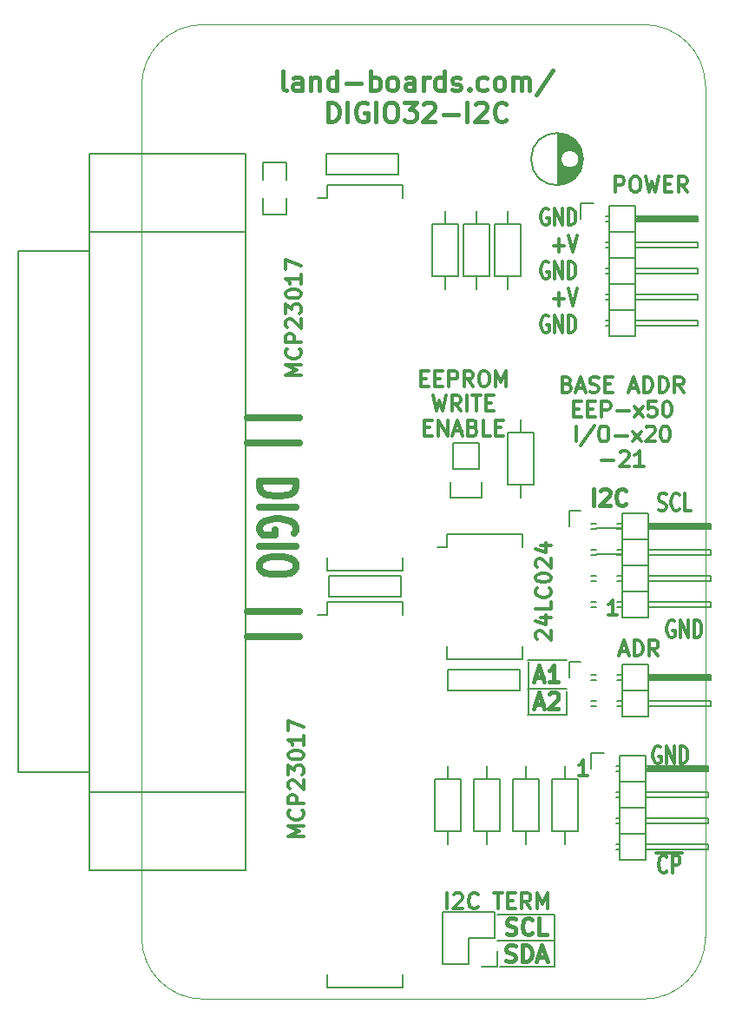
<source format=gbr>
G04 #@! TF.FileFunction,Legend,Top*
%FSLAX46Y46*%
G04 Gerber Fmt 4.6, Leading zero omitted, Abs format (unit mm)*
G04 Created by KiCad (PCBNEW 4.0.1-stable) date 6/12/2017 2:47:30 PM*
%MOMM*%
G01*
G04 APERTURE LIST*
%ADD10C,0.150000*%
%ADD11C,0.300000*%
%ADD12C,0.200000*%
%ADD13C,0.396875*%
%ADD14C,0.100000*%
%ADD15C,0.381000*%
%ADD16C,0.635000*%
%ADD17C,0.127000*%
G04 APERTURE END LIST*
D10*
D11*
X61226095Y-92537643D02*
X61165619Y-92616262D01*
X60984190Y-92694881D01*
X60863238Y-92694881D01*
X60681810Y-92616262D01*
X60560857Y-92459024D01*
X60500381Y-92301786D01*
X60439905Y-91987310D01*
X60439905Y-91751452D01*
X60500381Y-91436976D01*
X60560857Y-91279738D01*
X60681810Y-91122500D01*
X60863238Y-91043881D01*
X60984190Y-91043881D01*
X61165619Y-91122500D01*
X61226095Y-91201119D01*
X61770381Y-92694881D02*
X61770381Y-91043881D01*
X62254190Y-91043881D01*
X62375143Y-91122500D01*
X62435619Y-91201119D01*
X62496095Y-91358357D01*
X62496095Y-91594214D01*
X62435619Y-91751452D01*
X62375143Y-91830071D01*
X62254190Y-91908690D01*
X61770381Y-91908690D01*
X60198000Y-90759280D02*
X62738000Y-90759280D01*
X60439905Y-57310262D02*
X60621333Y-57388881D01*
X60923714Y-57388881D01*
X61044667Y-57310262D01*
X61105143Y-57231643D01*
X61165619Y-57074405D01*
X61165619Y-56917167D01*
X61105143Y-56759929D01*
X61044667Y-56681310D01*
X60923714Y-56602690D01*
X60681810Y-56524071D01*
X60560857Y-56445452D01*
X60500381Y-56366833D01*
X60439905Y-56209595D01*
X60439905Y-56052357D01*
X60500381Y-55895119D01*
X60560857Y-55816500D01*
X60681810Y-55737881D01*
X60984190Y-55737881D01*
X61165619Y-55816500D01*
X62435619Y-57231643D02*
X62375143Y-57310262D01*
X62193714Y-57388881D01*
X62072762Y-57388881D01*
X61891334Y-57310262D01*
X61770381Y-57153024D01*
X61709905Y-56995786D01*
X61649429Y-56681310D01*
X61649429Y-56445452D01*
X61709905Y-56130976D01*
X61770381Y-55973738D01*
X61891334Y-55816500D01*
X62072762Y-55737881D01*
X62193714Y-55737881D01*
X62375143Y-55816500D01*
X62435619Y-55895119D01*
X63584667Y-57388881D02*
X62979905Y-57388881D01*
X62979905Y-55737881D01*
D12*
X50292000Y-99314000D02*
X44704000Y-99314000D01*
X50292000Y-101854000D02*
X44958000Y-101854000D01*
X50292000Y-96774000D02*
X50292000Y-101854000D01*
X44704000Y-96774000D02*
X50292000Y-96774000D01*
X47752000Y-72136000D02*
X47752000Y-77216000D01*
D13*
X48396072Y-73630896D02*
X49152024Y-73630896D01*
X48244881Y-74084468D02*
X48774048Y-72496968D01*
X49303215Y-74084468D01*
X50663929Y-74084468D02*
X49756786Y-74084468D01*
X50210357Y-74084468D02*
X50210357Y-72496968D01*
X50059167Y-72723753D01*
X49907976Y-72874944D01*
X49756786Y-72950539D01*
X48396072Y-76250271D02*
X49152024Y-76250271D01*
X48244881Y-76703843D02*
X48774048Y-75116343D01*
X49303215Y-76703843D01*
X49756786Y-75267533D02*
X49832381Y-75191938D01*
X49983572Y-75116343D01*
X50361548Y-75116343D01*
X50512738Y-75191938D01*
X50588334Y-75267533D01*
X50663929Y-75418724D01*
X50663929Y-75569914D01*
X50588334Y-75796700D01*
X49681191Y-76703843D01*
X50663929Y-76703843D01*
D14*
X59000000Y-105000000D02*
X16000000Y-105000000D01*
X16000000Y-10000000D02*
X59000000Y-10000000D01*
D11*
X25570571Y-44179427D02*
X24070571Y-44179427D01*
X25142000Y-43679427D01*
X24070571Y-43179427D01*
X25570571Y-43179427D01*
X25427714Y-41607998D02*
X25499143Y-41679427D01*
X25570571Y-41893713D01*
X25570571Y-42036570D01*
X25499143Y-42250855D01*
X25356286Y-42393713D01*
X25213429Y-42465141D01*
X24927714Y-42536570D01*
X24713429Y-42536570D01*
X24427714Y-42465141D01*
X24284857Y-42393713D01*
X24142000Y-42250855D01*
X24070571Y-42036570D01*
X24070571Y-41893713D01*
X24142000Y-41679427D01*
X24213429Y-41607998D01*
X25570571Y-40965141D02*
X24070571Y-40965141D01*
X24070571Y-40393713D01*
X24142000Y-40250855D01*
X24213429Y-40179427D01*
X24356286Y-40107998D01*
X24570571Y-40107998D01*
X24713429Y-40179427D01*
X24784857Y-40250855D01*
X24856286Y-40393713D01*
X24856286Y-40965141D01*
X24213429Y-39536570D02*
X24142000Y-39465141D01*
X24070571Y-39322284D01*
X24070571Y-38965141D01*
X24142000Y-38822284D01*
X24213429Y-38750855D01*
X24356286Y-38679427D01*
X24499143Y-38679427D01*
X24713429Y-38750855D01*
X25570571Y-39607998D01*
X25570571Y-38679427D01*
X24070571Y-38179427D02*
X24070571Y-37250856D01*
X24642000Y-37750856D01*
X24642000Y-37536570D01*
X24713429Y-37393713D01*
X24784857Y-37322284D01*
X24927714Y-37250856D01*
X25284857Y-37250856D01*
X25427714Y-37322284D01*
X25499143Y-37393713D01*
X25570571Y-37536570D01*
X25570571Y-37965142D01*
X25499143Y-38107999D01*
X25427714Y-38179427D01*
X24070571Y-36322285D02*
X24070571Y-36179428D01*
X24142000Y-36036571D01*
X24213429Y-35965142D01*
X24356286Y-35893713D01*
X24642000Y-35822285D01*
X24999143Y-35822285D01*
X25284857Y-35893713D01*
X25427714Y-35965142D01*
X25499143Y-36036571D01*
X25570571Y-36179428D01*
X25570571Y-36322285D01*
X25499143Y-36465142D01*
X25427714Y-36536571D01*
X25284857Y-36607999D01*
X24999143Y-36679428D01*
X24642000Y-36679428D01*
X24356286Y-36607999D01*
X24213429Y-36536571D01*
X24142000Y-36465142D01*
X24070571Y-36322285D01*
X25570571Y-34393714D02*
X25570571Y-35250857D01*
X25570571Y-34822285D02*
X24070571Y-34822285D01*
X24284857Y-34965142D01*
X24427714Y-35108000D01*
X24499143Y-35250857D01*
X24070571Y-33893714D02*
X24070571Y-32893714D01*
X25570571Y-33536571D01*
D12*
X54350000Y-59046000D02*
X56890000Y-59046000D01*
X54350000Y-61586000D02*
X56890000Y-61586000D01*
X47698000Y-71952000D02*
X51508000Y-71952000D01*
X47698000Y-74746000D02*
X51508000Y-74746000D01*
X51508000Y-77286000D02*
X51508000Y-75000000D01*
X47698000Y-77286000D02*
X51508000Y-77286000D01*
D11*
X56225714Y-26332571D02*
X56225714Y-24832571D01*
X56797142Y-24832571D01*
X56940000Y-24904000D01*
X57011428Y-24975429D01*
X57082857Y-25118286D01*
X57082857Y-25332571D01*
X57011428Y-25475429D01*
X56940000Y-25546857D01*
X56797142Y-25618286D01*
X56225714Y-25618286D01*
X58011428Y-24832571D02*
X58297142Y-24832571D01*
X58440000Y-24904000D01*
X58582857Y-25046857D01*
X58654285Y-25332571D01*
X58654285Y-25832571D01*
X58582857Y-26118286D01*
X58440000Y-26261143D01*
X58297142Y-26332571D01*
X58011428Y-26332571D01*
X57868571Y-26261143D01*
X57725714Y-26118286D01*
X57654285Y-25832571D01*
X57654285Y-25332571D01*
X57725714Y-25046857D01*
X57868571Y-24904000D01*
X58011428Y-24832571D01*
X59154286Y-24832571D02*
X59511429Y-26332571D01*
X59797143Y-25261143D01*
X60082857Y-26332571D01*
X60440000Y-24832571D01*
X61011429Y-25546857D02*
X61511429Y-25546857D01*
X61725715Y-26332571D02*
X61011429Y-26332571D01*
X61011429Y-24832571D01*
X61725715Y-24832571D01*
X63225715Y-26332571D02*
X62725715Y-25618286D01*
X62368572Y-26332571D02*
X62368572Y-24832571D01*
X62940000Y-24832571D01*
X63082858Y-24904000D01*
X63154286Y-24975429D01*
X63225715Y-25118286D01*
X63225715Y-25332571D01*
X63154286Y-25475429D01*
X63082858Y-25546857D01*
X62940000Y-25618286D01*
X62368572Y-25618286D01*
X37259143Y-44482857D02*
X37759143Y-44482857D01*
X37973429Y-45268571D02*
X37259143Y-45268571D01*
X37259143Y-43768571D01*
X37973429Y-43768571D01*
X38616286Y-44482857D02*
X39116286Y-44482857D01*
X39330572Y-45268571D02*
X38616286Y-45268571D01*
X38616286Y-43768571D01*
X39330572Y-43768571D01*
X39973429Y-45268571D02*
X39973429Y-43768571D01*
X40544857Y-43768571D01*
X40687715Y-43840000D01*
X40759143Y-43911429D01*
X40830572Y-44054286D01*
X40830572Y-44268571D01*
X40759143Y-44411429D01*
X40687715Y-44482857D01*
X40544857Y-44554286D01*
X39973429Y-44554286D01*
X42330572Y-45268571D02*
X41830572Y-44554286D01*
X41473429Y-45268571D02*
X41473429Y-43768571D01*
X42044857Y-43768571D01*
X42187715Y-43840000D01*
X42259143Y-43911429D01*
X42330572Y-44054286D01*
X42330572Y-44268571D01*
X42259143Y-44411429D01*
X42187715Y-44482857D01*
X42044857Y-44554286D01*
X41473429Y-44554286D01*
X43259143Y-43768571D02*
X43544857Y-43768571D01*
X43687715Y-43840000D01*
X43830572Y-43982857D01*
X43902000Y-44268571D01*
X43902000Y-44768571D01*
X43830572Y-45054286D01*
X43687715Y-45197143D01*
X43544857Y-45268571D01*
X43259143Y-45268571D01*
X43116286Y-45197143D01*
X42973429Y-45054286D01*
X42902000Y-44768571D01*
X42902000Y-44268571D01*
X42973429Y-43982857D01*
X43116286Y-43840000D01*
X43259143Y-43768571D01*
X44544858Y-45268571D02*
X44544858Y-43768571D01*
X45044858Y-44840000D01*
X45544858Y-43768571D01*
X45544858Y-45268571D01*
X38402000Y-46168571D02*
X38759143Y-47668571D01*
X39044857Y-46597143D01*
X39330571Y-47668571D01*
X39687714Y-46168571D01*
X41116286Y-47668571D02*
X40616286Y-46954286D01*
X40259143Y-47668571D02*
X40259143Y-46168571D01*
X40830571Y-46168571D01*
X40973429Y-46240000D01*
X41044857Y-46311429D01*
X41116286Y-46454286D01*
X41116286Y-46668571D01*
X41044857Y-46811429D01*
X40973429Y-46882857D01*
X40830571Y-46954286D01*
X40259143Y-46954286D01*
X41759143Y-47668571D02*
X41759143Y-46168571D01*
X42259143Y-46168571D02*
X43116286Y-46168571D01*
X42687715Y-47668571D02*
X42687715Y-46168571D01*
X43616286Y-46882857D02*
X44116286Y-46882857D01*
X44330572Y-47668571D02*
X43616286Y-47668571D01*
X43616286Y-46168571D01*
X44330572Y-46168571D01*
X37616286Y-49282857D02*
X38116286Y-49282857D01*
X38330572Y-50068571D02*
X37616286Y-50068571D01*
X37616286Y-48568571D01*
X38330572Y-48568571D01*
X38973429Y-50068571D02*
X38973429Y-48568571D01*
X39830572Y-50068571D01*
X39830572Y-48568571D01*
X40473429Y-49640000D02*
X41187715Y-49640000D01*
X40330572Y-50068571D02*
X40830572Y-48568571D01*
X41330572Y-50068571D01*
X42330572Y-49282857D02*
X42544858Y-49354286D01*
X42616286Y-49425714D01*
X42687715Y-49568571D01*
X42687715Y-49782857D01*
X42616286Y-49925714D01*
X42544858Y-49997143D01*
X42402000Y-50068571D01*
X41830572Y-50068571D01*
X41830572Y-48568571D01*
X42330572Y-48568571D01*
X42473429Y-48640000D01*
X42544858Y-48711429D01*
X42616286Y-48854286D01*
X42616286Y-48997143D01*
X42544858Y-49140000D01*
X42473429Y-49211429D01*
X42330572Y-49282857D01*
X41830572Y-49282857D01*
X44044858Y-50068571D02*
X43330572Y-50068571D01*
X43330572Y-48568571D01*
X44544858Y-49282857D02*
X45044858Y-49282857D01*
X45259144Y-50068571D02*
X44544858Y-50068571D01*
X44544858Y-48568571D01*
X45259144Y-48568571D01*
X48597429Y-69920856D02*
X48526000Y-69849427D01*
X48454571Y-69706570D01*
X48454571Y-69349427D01*
X48526000Y-69206570D01*
X48597429Y-69135141D01*
X48740286Y-69063713D01*
X48883143Y-69063713D01*
X49097429Y-69135141D01*
X49954571Y-69992284D01*
X49954571Y-69063713D01*
X48954571Y-67777999D02*
X49954571Y-67777999D01*
X48383143Y-68135142D02*
X49454571Y-68492285D01*
X49454571Y-67563713D01*
X49954571Y-66277999D02*
X49954571Y-66992285D01*
X48454571Y-66992285D01*
X49811714Y-64920856D02*
X49883143Y-64992285D01*
X49954571Y-65206571D01*
X49954571Y-65349428D01*
X49883143Y-65563713D01*
X49740286Y-65706571D01*
X49597429Y-65777999D01*
X49311714Y-65849428D01*
X49097429Y-65849428D01*
X48811714Y-65777999D01*
X48668857Y-65706571D01*
X48526000Y-65563713D01*
X48454571Y-65349428D01*
X48454571Y-65206571D01*
X48526000Y-64992285D01*
X48597429Y-64920856D01*
X48454571Y-63992285D02*
X48454571Y-63849428D01*
X48526000Y-63706571D01*
X48597429Y-63635142D01*
X48740286Y-63563713D01*
X49026000Y-63492285D01*
X49383143Y-63492285D01*
X49668857Y-63563713D01*
X49811714Y-63635142D01*
X49883143Y-63706571D01*
X49954571Y-63849428D01*
X49954571Y-63992285D01*
X49883143Y-64135142D01*
X49811714Y-64206571D01*
X49668857Y-64277999D01*
X49383143Y-64349428D01*
X49026000Y-64349428D01*
X48740286Y-64277999D01*
X48597429Y-64206571D01*
X48526000Y-64135142D01*
X48454571Y-63992285D01*
X48597429Y-62920857D02*
X48526000Y-62849428D01*
X48454571Y-62706571D01*
X48454571Y-62349428D01*
X48526000Y-62206571D01*
X48597429Y-62135142D01*
X48740286Y-62063714D01*
X48883143Y-62063714D01*
X49097429Y-62135142D01*
X49954571Y-62992285D01*
X49954571Y-62063714D01*
X48954571Y-60778000D02*
X49954571Y-60778000D01*
X48383143Y-61135143D02*
X49454571Y-61492286D01*
X49454571Y-60563714D01*
X25824571Y-89137427D02*
X24324571Y-89137427D01*
X25396000Y-88637427D01*
X24324571Y-88137427D01*
X25824571Y-88137427D01*
X25681714Y-86565998D02*
X25753143Y-86637427D01*
X25824571Y-86851713D01*
X25824571Y-86994570D01*
X25753143Y-87208855D01*
X25610286Y-87351713D01*
X25467429Y-87423141D01*
X25181714Y-87494570D01*
X24967429Y-87494570D01*
X24681714Y-87423141D01*
X24538857Y-87351713D01*
X24396000Y-87208855D01*
X24324571Y-86994570D01*
X24324571Y-86851713D01*
X24396000Y-86637427D01*
X24467429Y-86565998D01*
X25824571Y-85923141D02*
X24324571Y-85923141D01*
X24324571Y-85351713D01*
X24396000Y-85208855D01*
X24467429Y-85137427D01*
X24610286Y-85065998D01*
X24824571Y-85065998D01*
X24967429Y-85137427D01*
X25038857Y-85208855D01*
X25110286Y-85351713D01*
X25110286Y-85923141D01*
X24467429Y-84494570D02*
X24396000Y-84423141D01*
X24324571Y-84280284D01*
X24324571Y-83923141D01*
X24396000Y-83780284D01*
X24467429Y-83708855D01*
X24610286Y-83637427D01*
X24753143Y-83637427D01*
X24967429Y-83708855D01*
X25824571Y-84565998D01*
X25824571Y-83637427D01*
X24324571Y-83137427D02*
X24324571Y-82208856D01*
X24896000Y-82708856D01*
X24896000Y-82494570D01*
X24967429Y-82351713D01*
X25038857Y-82280284D01*
X25181714Y-82208856D01*
X25538857Y-82208856D01*
X25681714Y-82280284D01*
X25753143Y-82351713D01*
X25824571Y-82494570D01*
X25824571Y-82923142D01*
X25753143Y-83065999D01*
X25681714Y-83137427D01*
X24324571Y-81280285D02*
X24324571Y-81137428D01*
X24396000Y-80994571D01*
X24467429Y-80923142D01*
X24610286Y-80851713D01*
X24896000Y-80780285D01*
X25253143Y-80780285D01*
X25538857Y-80851713D01*
X25681714Y-80923142D01*
X25753143Y-80994571D01*
X25824571Y-81137428D01*
X25824571Y-81280285D01*
X25753143Y-81423142D01*
X25681714Y-81494571D01*
X25538857Y-81565999D01*
X25253143Y-81637428D01*
X24896000Y-81637428D01*
X24610286Y-81565999D01*
X24467429Y-81494571D01*
X24396000Y-81423142D01*
X24324571Y-81280285D01*
X25824571Y-79351714D02*
X25824571Y-80208857D01*
X25824571Y-79780285D02*
X24324571Y-79780285D01*
X24538857Y-79923142D01*
X24681714Y-80066000D01*
X24753143Y-80208857D01*
X24324571Y-78851714D02*
X24324571Y-77851714D01*
X25824571Y-78494571D01*
D13*
X45608119Y-98646873D02*
X45834905Y-98722468D01*
X46212881Y-98722468D01*
X46364071Y-98646873D01*
X46439667Y-98571277D01*
X46515262Y-98420087D01*
X46515262Y-98268896D01*
X46439667Y-98117706D01*
X46364071Y-98042111D01*
X46212881Y-97966515D01*
X45910500Y-97890920D01*
X45759309Y-97815325D01*
X45683714Y-97739730D01*
X45608119Y-97588539D01*
X45608119Y-97437349D01*
X45683714Y-97286158D01*
X45759309Y-97210563D01*
X45910500Y-97134968D01*
X46288476Y-97134968D01*
X46515262Y-97210563D01*
X48102762Y-98571277D02*
X48027167Y-98646873D01*
X47800381Y-98722468D01*
X47649191Y-98722468D01*
X47422405Y-98646873D01*
X47271214Y-98495682D01*
X47195619Y-98344492D01*
X47120024Y-98042111D01*
X47120024Y-97815325D01*
X47195619Y-97512944D01*
X47271214Y-97361753D01*
X47422405Y-97210563D01*
X47649191Y-97134968D01*
X47800381Y-97134968D01*
X48027167Y-97210563D01*
X48102762Y-97286158D01*
X49539072Y-98722468D02*
X48783119Y-98722468D01*
X48783119Y-97134968D01*
X45570322Y-101266248D02*
X45797108Y-101341843D01*
X46175084Y-101341843D01*
X46326274Y-101266248D01*
X46401870Y-101190652D01*
X46477465Y-101039462D01*
X46477465Y-100888271D01*
X46401870Y-100737081D01*
X46326274Y-100661486D01*
X46175084Y-100585890D01*
X45872703Y-100510295D01*
X45721512Y-100434700D01*
X45645917Y-100359105D01*
X45570322Y-100207914D01*
X45570322Y-100056724D01*
X45645917Y-99905533D01*
X45721512Y-99829938D01*
X45872703Y-99754343D01*
X46250679Y-99754343D01*
X46477465Y-99829938D01*
X47157822Y-101341843D02*
X47157822Y-99754343D01*
X47535798Y-99754343D01*
X47762584Y-99829938D01*
X47913775Y-99981128D01*
X47989370Y-100132319D01*
X48064965Y-100434700D01*
X48064965Y-100661486D01*
X47989370Y-100963867D01*
X47913775Y-101115057D01*
X47762584Y-101266248D01*
X47535798Y-101341843D01*
X47157822Y-101341843D01*
X48669727Y-100888271D02*
X49425679Y-100888271D01*
X48518536Y-101341843D02*
X49047703Y-99754343D01*
X49576870Y-101341843D01*
D11*
X39811143Y-96182571D02*
X39811143Y-94682571D01*
X40454000Y-94825429D02*
X40525429Y-94754000D01*
X40668286Y-94682571D01*
X41025429Y-94682571D01*
X41168286Y-94754000D01*
X41239715Y-94825429D01*
X41311143Y-94968286D01*
X41311143Y-95111143D01*
X41239715Y-95325429D01*
X40382572Y-96182571D01*
X41311143Y-96182571D01*
X42811143Y-96039714D02*
X42739714Y-96111143D01*
X42525428Y-96182571D01*
X42382571Y-96182571D01*
X42168286Y-96111143D01*
X42025428Y-95968286D01*
X41954000Y-95825429D01*
X41882571Y-95539714D01*
X41882571Y-95325429D01*
X41954000Y-95039714D01*
X42025428Y-94896857D01*
X42168286Y-94754000D01*
X42382571Y-94682571D01*
X42525428Y-94682571D01*
X42739714Y-94754000D01*
X42811143Y-94825429D01*
X44382571Y-94682571D02*
X45239714Y-94682571D01*
X44811143Y-96182571D02*
X44811143Y-94682571D01*
X45739714Y-95396857D02*
X46239714Y-95396857D01*
X46454000Y-96182571D02*
X45739714Y-96182571D01*
X45739714Y-94682571D01*
X46454000Y-94682571D01*
X47954000Y-96182571D02*
X47454000Y-95468286D01*
X47096857Y-96182571D02*
X47096857Y-94682571D01*
X47668285Y-94682571D01*
X47811143Y-94754000D01*
X47882571Y-94825429D01*
X47954000Y-94968286D01*
X47954000Y-95182571D01*
X47882571Y-95325429D01*
X47811143Y-95396857D01*
X47668285Y-95468286D01*
X47096857Y-95468286D01*
X48596857Y-96182571D02*
X48596857Y-94682571D01*
X49096857Y-95754000D01*
X49596857Y-94682571D01*
X49596857Y-96182571D01*
X56673714Y-71116000D02*
X57388000Y-71116000D01*
X56530857Y-71544571D02*
X57030857Y-70044571D01*
X57530857Y-71544571D01*
X58030857Y-71544571D02*
X58030857Y-70044571D01*
X58388000Y-70044571D01*
X58602285Y-70116000D01*
X58745143Y-70258857D01*
X58816571Y-70401714D01*
X58888000Y-70687429D01*
X58888000Y-70901714D01*
X58816571Y-71187429D01*
X58745143Y-71330286D01*
X58602285Y-71473143D01*
X58388000Y-71544571D01*
X58030857Y-71544571D01*
X60388000Y-71544571D02*
X59888000Y-70830286D01*
X59530857Y-71544571D02*
X59530857Y-70044571D01*
X60102285Y-70044571D01*
X60245143Y-70116000D01*
X60316571Y-70187429D01*
X60388000Y-70330286D01*
X60388000Y-70544571D01*
X60316571Y-70687429D01*
X60245143Y-70758857D01*
X60102285Y-70830286D01*
X59530857Y-70830286D01*
X53514572Y-83228571D02*
X52657429Y-83228571D01*
X53086001Y-83228571D02*
X53086001Y-81728571D01*
X52943144Y-81942857D01*
X52800286Y-82085714D01*
X52657429Y-82157143D01*
X56386572Y-67574571D02*
X55529429Y-67574571D01*
X55958001Y-67574571D02*
X55958001Y-66074571D01*
X55815144Y-66288857D01*
X55672286Y-66431714D01*
X55529429Y-66503143D01*
X49675143Y-27987700D02*
X49554191Y-27909081D01*
X49372762Y-27909081D01*
X49191334Y-27987700D01*
X49070381Y-28144938D01*
X49009905Y-28302176D01*
X48949429Y-28616652D01*
X48949429Y-28852510D01*
X49009905Y-29166986D01*
X49070381Y-29324224D01*
X49191334Y-29481462D01*
X49372762Y-29560081D01*
X49493714Y-29560081D01*
X49675143Y-29481462D01*
X49735619Y-29402843D01*
X49735619Y-28852510D01*
X49493714Y-28852510D01*
X50279905Y-29560081D02*
X50279905Y-27909081D01*
X51005619Y-29560081D01*
X51005619Y-27909081D01*
X51610381Y-29560081D02*
X51610381Y-27909081D01*
X51912762Y-27909081D01*
X52094190Y-27987700D01*
X52215143Y-28144938D01*
X52275619Y-28302176D01*
X52336095Y-28616652D01*
X52336095Y-28852510D01*
X52275619Y-29166986D01*
X52215143Y-29324224D01*
X52094190Y-29481462D01*
X51912762Y-29560081D01*
X51610381Y-29560081D01*
X50219429Y-31542529D02*
X51187048Y-31542529D01*
X50703238Y-32171481D02*
X50703238Y-30913576D01*
X51610381Y-30520481D02*
X52033715Y-32171481D01*
X52457048Y-30520481D01*
X49675143Y-33210500D02*
X49554191Y-33131881D01*
X49372762Y-33131881D01*
X49191334Y-33210500D01*
X49070381Y-33367738D01*
X49009905Y-33524976D01*
X48949429Y-33839452D01*
X48949429Y-34075310D01*
X49009905Y-34389786D01*
X49070381Y-34547024D01*
X49191334Y-34704262D01*
X49372762Y-34782881D01*
X49493714Y-34782881D01*
X49675143Y-34704262D01*
X49735619Y-34625643D01*
X49735619Y-34075310D01*
X49493714Y-34075310D01*
X50279905Y-34782881D02*
X50279905Y-33131881D01*
X51005619Y-34782881D01*
X51005619Y-33131881D01*
X51610381Y-34782881D02*
X51610381Y-33131881D01*
X51912762Y-33131881D01*
X52094190Y-33210500D01*
X52215143Y-33367738D01*
X52275619Y-33524976D01*
X52336095Y-33839452D01*
X52336095Y-34075310D01*
X52275619Y-34389786D01*
X52215143Y-34547024D01*
X52094190Y-34704262D01*
X51912762Y-34782881D01*
X51610381Y-34782881D01*
X50219429Y-36765329D02*
X51187048Y-36765329D01*
X50703238Y-37394281D02*
X50703238Y-36136376D01*
X51610381Y-35743281D02*
X52033715Y-37394281D01*
X52457048Y-35743281D01*
X49675143Y-38433300D02*
X49554191Y-38354681D01*
X49372762Y-38354681D01*
X49191334Y-38433300D01*
X49070381Y-38590538D01*
X49009905Y-38747776D01*
X48949429Y-39062252D01*
X48949429Y-39298110D01*
X49009905Y-39612586D01*
X49070381Y-39769824D01*
X49191334Y-39927062D01*
X49372762Y-40005681D01*
X49493714Y-40005681D01*
X49675143Y-39927062D01*
X49735619Y-39848443D01*
X49735619Y-39298110D01*
X49493714Y-39298110D01*
X50279905Y-40005681D02*
X50279905Y-38354681D01*
X51005619Y-40005681D01*
X51005619Y-38354681D01*
X51610381Y-40005681D02*
X51610381Y-38354681D01*
X51912762Y-38354681D01*
X52094190Y-38433300D01*
X52215143Y-38590538D01*
X52275619Y-38747776D01*
X52336095Y-39062252D01*
X52336095Y-39298110D01*
X52275619Y-39612586D01*
X52215143Y-39769824D01*
X52094190Y-39927062D01*
X51912762Y-40005681D01*
X51610381Y-40005681D01*
X60597143Y-80454500D02*
X60476191Y-80375881D01*
X60294762Y-80375881D01*
X60113334Y-80454500D01*
X59992381Y-80611738D01*
X59931905Y-80768976D01*
X59871429Y-81083452D01*
X59871429Y-81319310D01*
X59931905Y-81633786D01*
X59992381Y-81791024D01*
X60113334Y-81948262D01*
X60294762Y-82026881D01*
X60415714Y-82026881D01*
X60597143Y-81948262D01*
X60657619Y-81869643D01*
X60657619Y-81319310D01*
X60415714Y-81319310D01*
X61201905Y-82026881D02*
X61201905Y-80375881D01*
X61927619Y-82026881D01*
X61927619Y-80375881D01*
X62532381Y-82026881D02*
X62532381Y-80375881D01*
X62834762Y-80375881D01*
X63016190Y-80454500D01*
X63137143Y-80611738D01*
X63197619Y-80768976D01*
X63258095Y-81083452D01*
X63258095Y-81319310D01*
X63197619Y-81633786D01*
X63137143Y-81791024D01*
X63016190Y-81948262D01*
X62834762Y-82026881D01*
X62532381Y-82026881D01*
D14*
X10000000Y-99000000D02*
X10000000Y-16000000D01*
X65000000Y-16000000D02*
X65000000Y-99000000D01*
X10000000Y-99000000D02*
G75*
G03X16000000Y-105000000I6000000J0D01*
G01*
X59000000Y-105000000D02*
G75*
G03X65000000Y-99000000I0J6000000D01*
G01*
X65000000Y-16000000D02*
G75*
G03X59000000Y-10000000I-6000000J0D01*
G01*
X16000000Y-10000000D02*
G75*
G03X10000000Y-16000000I0J-6000000D01*
G01*
D11*
X51503144Y-45060857D02*
X51717430Y-45132286D01*
X51788858Y-45203714D01*
X51860287Y-45346571D01*
X51860287Y-45560857D01*
X51788858Y-45703714D01*
X51717430Y-45775143D01*
X51574572Y-45846571D01*
X51003144Y-45846571D01*
X51003144Y-44346571D01*
X51503144Y-44346571D01*
X51646001Y-44418000D01*
X51717430Y-44489429D01*
X51788858Y-44632286D01*
X51788858Y-44775143D01*
X51717430Y-44918000D01*
X51646001Y-44989429D01*
X51503144Y-45060857D01*
X51003144Y-45060857D01*
X52431715Y-45418000D02*
X53146001Y-45418000D01*
X52288858Y-45846571D02*
X52788858Y-44346571D01*
X53288858Y-45846571D01*
X53717429Y-45775143D02*
X53931715Y-45846571D01*
X54288858Y-45846571D01*
X54431715Y-45775143D01*
X54503144Y-45703714D01*
X54574572Y-45560857D01*
X54574572Y-45418000D01*
X54503144Y-45275143D01*
X54431715Y-45203714D01*
X54288858Y-45132286D01*
X54003144Y-45060857D01*
X53860286Y-44989429D01*
X53788858Y-44918000D01*
X53717429Y-44775143D01*
X53717429Y-44632286D01*
X53788858Y-44489429D01*
X53860286Y-44418000D01*
X54003144Y-44346571D01*
X54360286Y-44346571D01*
X54574572Y-44418000D01*
X55217429Y-45060857D02*
X55717429Y-45060857D01*
X55931715Y-45846571D02*
X55217429Y-45846571D01*
X55217429Y-44346571D01*
X55931715Y-44346571D01*
X57646000Y-45418000D02*
X58360286Y-45418000D01*
X57503143Y-45846571D02*
X58003143Y-44346571D01*
X58503143Y-45846571D01*
X59003143Y-45846571D02*
X59003143Y-44346571D01*
X59360286Y-44346571D01*
X59574571Y-44418000D01*
X59717429Y-44560857D01*
X59788857Y-44703714D01*
X59860286Y-44989429D01*
X59860286Y-45203714D01*
X59788857Y-45489429D01*
X59717429Y-45632286D01*
X59574571Y-45775143D01*
X59360286Y-45846571D01*
X59003143Y-45846571D01*
X60503143Y-45846571D02*
X60503143Y-44346571D01*
X60860286Y-44346571D01*
X61074571Y-44418000D01*
X61217429Y-44560857D01*
X61288857Y-44703714D01*
X61360286Y-44989429D01*
X61360286Y-45203714D01*
X61288857Y-45489429D01*
X61217429Y-45632286D01*
X61074571Y-45775143D01*
X60860286Y-45846571D01*
X60503143Y-45846571D01*
X62860286Y-45846571D02*
X62360286Y-45132286D01*
X62003143Y-45846571D02*
X62003143Y-44346571D01*
X62574571Y-44346571D01*
X62717429Y-44418000D01*
X62788857Y-44489429D01*
X62860286Y-44632286D01*
X62860286Y-44846571D01*
X62788857Y-44989429D01*
X62717429Y-45060857D01*
X62574571Y-45132286D01*
X62003143Y-45132286D01*
X52181715Y-47460857D02*
X52681715Y-47460857D01*
X52896001Y-48246571D02*
X52181715Y-48246571D01*
X52181715Y-46746571D01*
X52896001Y-46746571D01*
X53538858Y-47460857D02*
X54038858Y-47460857D01*
X54253144Y-48246571D02*
X53538858Y-48246571D01*
X53538858Y-46746571D01*
X54253144Y-46746571D01*
X54896001Y-48246571D02*
X54896001Y-46746571D01*
X55467429Y-46746571D01*
X55610287Y-46818000D01*
X55681715Y-46889429D01*
X55753144Y-47032286D01*
X55753144Y-47246571D01*
X55681715Y-47389429D01*
X55610287Y-47460857D01*
X55467429Y-47532286D01*
X54896001Y-47532286D01*
X56396001Y-47675143D02*
X57538858Y-47675143D01*
X58110287Y-48246571D02*
X58896001Y-47246571D01*
X58110287Y-47246571D02*
X58896001Y-48246571D01*
X60181716Y-46746571D02*
X59467430Y-46746571D01*
X59396001Y-47460857D01*
X59467430Y-47389429D01*
X59610287Y-47318000D01*
X59967430Y-47318000D01*
X60110287Y-47389429D01*
X60181716Y-47460857D01*
X60253144Y-47603714D01*
X60253144Y-47960857D01*
X60181716Y-48103714D01*
X60110287Y-48175143D01*
X59967430Y-48246571D01*
X59610287Y-48246571D01*
X59467430Y-48175143D01*
X59396001Y-48103714D01*
X61181715Y-46746571D02*
X61324572Y-46746571D01*
X61467429Y-46818000D01*
X61538858Y-46889429D01*
X61610287Y-47032286D01*
X61681715Y-47318000D01*
X61681715Y-47675143D01*
X61610287Y-47960857D01*
X61538858Y-48103714D01*
X61467429Y-48175143D01*
X61324572Y-48246571D01*
X61181715Y-48246571D01*
X61038858Y-48175143D01*
X60967429Y-48103714D01*
X60896001Y-47960857D01*
X60824572Y-47675143D01*
X60824572Y-47318000D01*
X60896001Y-47032286D01*
X60967429Y-46889429D01*
X61038858Y-46818000D01*
X61181715Y-46746571D01*
X52360286Y-50646571D02*
X52360286Y-49146571D01*
X54146000Y-49075143D02*
X52860286Y-51003714D01*
X54931715Y-49146571D02*
X55217429Y-49146571D01*
X55360287Y-49218000D01*
X55503144Y-49360857D01*
X55574572Y-49646571D01*
X55574572Y-50146571D01*
X55503144Y-50432286D01*
X55360287Y-50575143D01*
X55217429Y-50646571D01*
X54931715Y-50646571D01*
X54788858Y-50575143D01*
X54646001Y-50432286D01*
X54574572Y-50146571D01*
X54574572Y-49646571D01*
X54646001Y-49360857D01*
X54788858Y-49218000D01*
X54931715Y-49146571D01*
X56217430Y-50075143D02*
X57360287Y-50075143D01*
X57931716Y-50646571D02*
X58717430Y-49646571D01*
X57931716Y-49646571D02*
X58717430Y-50646571D01*
X59217430Y-49289429D02*
X59288859Y-49218000D01*
X59431716Y-49146571D01*
X59788859Y-49146571D01*
X59931716Y-49218000D01*
X60003145Y-49289429D01*
X60074573Y-49432286D01*
X60074573Y-49575143D01*
X60003145Y-49789429D01*
X59146002Y-50646571D01*
X60074573Y-50646571D01*
X61003144Y-49146571D02*
X61146001Y-49146571D01*
X61288858Y-49218000D01*
X61360287Y-49289429D01*
X61431716Y-49432286D01*
X61503144Y-49718000D01*
X61503144Y-50075143D01*
X61431716Y-50360857D01*
X61360287Y-50503714D01*
X61288858Y-50575143D01*
X61146001Y-50646571D01*
X61003144Y-50646571D01*
X60860287Y-50575143D01*
X60788858Y-50503714D01*
X60717430Y-50360857D01*
X60646001Y-50075143D01*
X60646001Y-49718000D01*
X60717430Y-49432286D01*
X60788858Y-49289429D01*
X60860287Y-49218000D01*
X61003144Y-49146571D01*
X54896001Y-52475143D02*
X56038858Y-52475143D01*
X56681715Y-51689429D02*
X56753144Y-51618000D01*
X56896001Y-51546571D01*
X57253144Y-51546571D01*
X57396001Y-51618000D01*
X57467430Y-51689429D01*
X57538858Y-51832286D01*
X57538858Y-51975143D01*
X57467430Y-52189429D01*
X56610287Y-53046571D01*
X57538858Y-53046571D01*
X58967429Y-53046571D02*
X58110286Y-53046571D01*
X58538858Y-53046571D02*
X58538858Y-51546571D01*
X58396001Y-51760857D01*
X58253143Y-51903714D01*
X58110286Y-51975143D01*
D15*
X24084645Y-16419286D02*
X23903217Y-16328571D01*
X23812502Y-16147143D01*
X23812502Y-14514286D01*
X25626788Y-16419286D02*
X25626788Y-15421429D01*
X25536074Y-15240000D01*
X25354645Y-15149286D01*
X24991788Y-15149286D01*
X24810359Y-15240000D01*
X25626788Y-16328571D02*
X25445359Y-16419286D01*
X24991788Y-16419286D01*
X24810359Y-16328571D01*
X24719645Y-16147143D01*
X24719645Y-15965714D01*
X24810359Y-15784286D01*
X24991788Y-15693571D01*
X25445359Y-15693571D01*
X25626788Y-15602857D01*
X26533930Y-15149286D02*
X26533930Y-16419286D01*
X26533930Y-15330714D02*
X26624645Y-15240000D01*
X26806073Y-15149286D01*
X27078216Y-15149286D01*
X27259645Y-15240000D01*
X27350359Y-15421429D01*
X27350359Y-16419286D01*
X29073930Y-16419286D02*
X29073930Y-14514286D01*
X29073930Y-16328571D02*
X28892501Y-16419286D01*
X28529644Y-16419286D01*
X28348216Y-16328571D01*
X28257501Y-16237857D01*
X28166787Y-16056429D01*
X28166787Y-15512143D01*
X28257501Y-15330714D01*
X28348216Y-15240000D01*
X28529644Y-15149286D01*
X28892501Y-15149286D01*
X29073930Y-15240000D01*
X29981072Y-15693571D02*
X31432501Y-15693571D01*
X32339643Y-16419286D02*
X32339643Y-14514286D01*
X32339643Y-15240000D02*
X32521072Y-15149286D01*
X32883929Y-15149286D01*
X33065358Y-15240000D01*
X33156072Y-15330714D01*
X33246786Y-15512143D01*
X33246786Y-16056429D01*
X33156072Y-16237857D01*
X33065358Y-16328571D01*
X32883929Y-16419286D01*
X32521072Y-16419286D01*
X32339643Y-16328571D01*
X34335357Y-16419286D02*
X34153929Y-16328571D01*
X34063214Y-16237857D01*
X33972500Y-16056429D01*
X33972500Y-15512143D01*
X34063214Y-15330714D01*
X34153929Y-15240000D01*
X34335357Y-15149286D01*
X34607500Y-15149286D01*
X34788929Y-15240000D01*
X34879643Y-15330714D01*
X34970357Y-15512143D01*
X34970357Y-16056429D01*
X34879643Y-16237857D01*
X34788929Y-16328571D01*
X34607500Y-16419286D01*
X34335357Y-16419286D01*
X36603214Y-16419286D02*
X36603214Y-15421429D01*
X36512500Y-15240000D01*
X36331071Y-15149286D01*
X35968214Y-15149286D01*
X35786785Y-15240000D01*
X36603214Y-16328571D02*
X36421785Y-16419286D01*
X35968214Y-16419286D01*
X35786785Y-16328571D01*
X35696071Y-16147143D01*
X35696071Y-15965714D01*
X35786785Y-15784286D01*
X35968214Y-15693571D01*
X36421785Y-15693571D01*
X36603214Y-15602857D01*
X37510356Y-16419286D02*
X37510356Y-15149286D01*
X37510356Y-15512143D02*
X37601071Y-15330714D01*
X37691785Y-15240000D01*
X37873214Y-15149286D01*
X38054642Y-15149286D01*
X39506071Y-16419286D02*
X39506071Y-14514286D01*
X39506071Y-16328571D02*
X39324642Y-16419286D01*
X38961785Y-16419286D01*
X38780357Y-16328571D01*
X38689642Y-16237857D01*
X38598928Y-16056429D01*
X38598928Y-15512143D01*
X38689642Y-15330714D01*
X38780357Y-15240000D01*
X38961785Y-15149286D01*
X39324642Y-15149286D01*
X39506071Y-15240000D01*
X40322499Y-16328571D02*
X40503928Y-16419286D01*
X40866785Y-16419286D01*
X41048213Y-16328571D01*
X41138928Y-16147143D01*
X41138928Y-16056429D01*
X41048213Y-15875000D01*
X40866785Y-15784286D01*
X40594642Y-15784286D01*
X40413213Y-15693571D01*
X40322499Y-15512143D01*
X40322499Y-15421429D01*
X40413213Y-15240000D01*
X40594642Y-15149286D01*
X40866785Y-15149286D01*
X41048213Y-15240000D01*
X41955356Y-16237857D02*
X42046071Y-16328571D01*
X41955356Y-16419286D01*
X41864642Y-16328571D01*
X41955356Y-16237857D01*
X41955356Y-16419286D01*
X43678928Y-16328571D02*
X43497499Y-16419286D01*
X43134642Y-16419286D01*
X42953214Y-16328571D01*
X42862499Y-16237857D01*
X42771785Y-16056429D01*
X42771785Y-15512143D01*
X42862499Y-15330714D01*
X42953214Y-15240000D01*
X43134642Y-15149286D01*
X43497499Y-15149286D01*
X43678928Y-15240000D01*
X44767499Y-16419286D02*
X44586071Y-16328571D01*
X44495356Y-16237857D01*
X44404642Y-16056429D01*
X44404642Y-15512143D01*
X44495356Y-15330714D01*
X44586071Y-15240000D01*
X44767499Y-15149286D01*
X45039642Y-15149286D01*
X45221071Y-15240000D01*
X45311785Y-15330714D01*
X45402499Y-15512143D01*
X45402499Y-16056429D01*
X45311785Y-16237857D01*
X45221071Y-16328571D01*
X45039642Y-16419286D01*
X44767499Y-16419286D01*
X46218927Y-16419286D02*
X46218927Y-15149286D01*
X46218927Y-15330714D02*
X46309642Y-15240000D01*
X46491070Y-15149286D01*
X46763213Y-15149286D01*
X46944642Y-15240000D01*
X47035356Y-15421429D01*
X47035356Y-16419286D01*
X47035356Y-15421429D02*
X47126070Y-15240000D01*
X47307499Y-15149286D01*
X47579642Y-15149286D01*
X47761070Y-15240000D01*
X47851785Y-15421429D01*
X47851785Y-16419286D01*
X50119642Y-14423571D02*
X48486785Y-16872857D01*
X28166785Y-19467286D02*
X28166785Y-17562286D01*
X28620357Y-17562286D01*
X28892500Y-17653000D01*
X29073928Y-17834429D01*
X29164643Y-18015857D01*
X29255357Y-18378714D01*
X29255357Y-18650857D01*
X29164643Y-19013714D01*
X29073928Y-19195143D01*
X28892500Y-19376571D01*
X28620357Y-19467286D01*
X28166785Y-19467286D01*
X30071785Y-19467286D02*
X30071785Y-17562286D01*
X31976786Y-17653000D02*
X31795357Y-17562286D01*
X31523214Y-17562286D01*
X31251071Y-17653000D01*
X31069643Y-17834429D01*
X30978928Y-18015857D01*
X30888214Y-18378714D01*
X30888214Y-18650857D01*
X30978928Y-19013714D01*
X31069643Y-19195143D01*
X31251071Y-19376571D01*
X31523214Y-19467286D01*
X31704643Y-19467286D01*
X31976786Y-19376571D01*
X32067500Y-19285857D01*
X32067500Y-18650857D01*
X31704643Y-18650857D01*
X32883928Y-19467286D02*
X32883928Y-17562286D01*
X34153929Y-17562286D02*
X34516786Y-17562286D01*
X34698214Y-17653000D01*
X34879643Y-17834429D01*
X34970357Y-18197286D01*
X34970357Y-18832286D01*
X34879643Y-19195143D01*
X34698214Y-19376571D01*
X34516786Y-19467286D01*
X34153929Y-19467286D01*
X33972500Y-19376571D01*
X33791071Y-19195143D01*
X33700357Y-18832286D01*
X33700357Y-18197286D01*
X33791071Y-17834429D01*
X33972500Y-17653000D01*
X34153929Y-17562286D01*
X35605357Y-17562286D02*
X36784643Y-17562286D01*
X36149643Y-18288000D01*
X36421785Y-18288000D01*
X36603214Y-18378714D01*
X36693928Y-18469429D01*
X36784643Y-18650857D01*
X36784643Y-19104429D01*
X36693928Y-19285857D01*
X36603214Y-19376571D01*
X36421785Y-19467286D01*
X35877500Y-19467286D01*
X35696071Y-19376571D01*
X35605357Y-19285857D01*
X37510357Y-17743714D02*
X37601071Y-17653000D01*
X37782500Y-17562286D01*
X38236071Y-17562286D01*
X38417500Y-17653000D01*
X38508214Y-17743714D01*
X38598929Y-17925143D01*
X38598929Y-18106571D01*
X38508214Y-18378714D01*
X37419643Y-19467286D01*
X38598929Y-19467286D01*
X39415357Y-18741571D02*
X40866786Y-18741571D01*
X41773928Y-19467286D02*
X41773928Y-17562286D01*
X42590357Y-17743714D02*
X42681071Y-17653000D01*
X42862500Y-17562286D01*
X43316071Y-17562286D01*
X43497500Y-17653000D01*
X43588214Y-17743714D01*
X43678929Y-17925143D01*
X43678929Y-18106571D01*
X43588214Y-18378714D01*
X42499643Y-19467286D01*
X43678929Y-19467286D01*
X45583929Y-19285857D02*
X45493215Y-19376571D01*
X45221072Y-19467286D01*
X45039643Y-19467286D01*
X44767500Y-19376571D01*
X44586072Y-19195143D01*
X44495357Y-19013714D01*
X44404643Y-18650857D01*
X44404643Y-18378714D01*
X44495357Y-18015857D01*
X44586072Y-17834429D01*
X44767500Y-17653000D01*
X45039643Y-17562286D01*
X45221072Y-17562286D01*
X45493215Y-17653000D01*
X45583929Y-17743714D01*
D13*
X54076298Y-56852155D02*
X54076298Y-55264655D01*
X54756655Y-55415845D02*
X54832250Y-55340250D01*
X54983441Y-55264655D01*
X55361417Y-55264655D01*
X55512607Y-55340250D01*
X55588203Y-55415845D01*
X55663798Y-55567036D01*
X55663798Y-55718226D01*
X55588203Y-55945012D01*
X54681060Y-56852155D01*
X55663798Y-56852155D01*
X57251298Y-56700964D02*
X57175703Y-56776560D01*
X56948917Y-56852155D01*
X56797727Y-56852155D01*
X56570941Y-56776560D01*
X56419750Y-56625369D01*
X56344155Y-56474179D01*
X56268560Y-56171798D01*
X56268560Y-55945012D01*
X56344155Y-55642631D01*
X56419750Y-55491440D01*
X56570941Y-55340250D01*
X56797727Y-55264655D01*
X56948917Y-55264655D01*
X57175703Y-55340250D01*
X57251298Y-55415845D01*
D11*
X61967619Y-68174500D02*
X61846667Y-68095881D01*
X61665238Y-68095881D01*
X61483810Y-68174500D01*
X61362857Y-68331738D01*
X61302381Y-68488976D01*
X61241905Y-68803452D01*
X61241905Y-69039310D01*
X61302381Y-69353786D01*
X61362857Y-69511024D01*
X61483810Y-69668262D01*
X61665238Y-69746881D01*
X61786190Y-69746881D01*
X61967619Y-69668262D01*
X62028095Y-69589643D01*
X62028095Y-69039310D01*
X61786190Y-69039310D01*
X62572381Y-69746881D02*
X62572381Y-68095881D01*
X63298095Y-69746881D01*
X63298095Y-68095881D01*
X63902857Y-69746881D02*
X63902857Y-68095881D01*
X64205238Y-68095881D01*
X64386666Y-68174500D01*
X64507619Y-68331738D01*
X64568095Y-68488976D01*
X64628571Y-68803452D01*
X64628571Y-69039310D01*
X64568095Y-69353786D01*
X64507619Y-69511024D01*
X64386666Y-69668262D01*
X64205238Y-69746881D01*
X63902857Y-69746881D01*
D16*
X20320000Y-48368856D02*
X25400000Y-48368856D01*
X20320000Y-50787904D02*
X25400000Y-50787904D01*
X21505333Y-54537428D02*
X25061333Y-54537428D01*
X25061333Y-55142190D01*
X24892000Y-55505047D01*
X24553333Y-55746952D01*
X24214667Y-55867904D01*
X23537333Y-55988856D01*
X23029333Y-55988856D01*
X22352000Y-55867904D01*
X22013333Y-55746952D01*
X21674667Y-55505047D01*
X21505333Y-55142190D01*
X21505333Y-54537428D01*
X21505333Y-57077428D02*
X25061333Y-57077428D01*
X24892000Y-59617428D02*
X25061333Y-59375523D01*
X25061333Y-59012666D01*
X24892000Y-58649809D01*
X24553333Y-58407904D01*
X24214667Y-58286952D01*
X23537333Y-58166000D01*
X23029333Y-58166000D01*
X22352000Y-58286952D01*
X22013333Y-58407904D01*
X21674667Y-58649809D01*
X21505333Y-59012666D01*
X21505333Y-59254571D01*
X21674667Y-59617428D01*
X21844000Y-59738380D01*
X23029333Y-59738380D01*
X23029333Y-59254571D01*
X21505333Y-60826952D02*
X25061333Y-60826952D01*
X25061333Y-62520285D02*
X25061333Y-63004095D01*
X24892000Y-63246000D01*
X24553333Y-63487904D01*
X23876000Y-63608857D01*
X22690667Y-63608857D01*
X22013333Y-63487904D01*
X21674667Y-63246000D01*
X21505333Y-63004095D01*
X21505333Y-62520285D01*
X21674667Y-62278381D01*
X22013333Y-62036476D01*
X22690667Y-61915524D01*
X23876000Y-61915524D01*
X24553333Y-62036476D01*
X24892000Y-62278381D01*
X25061333Y-62520285D01*
X20320000Y-67237428D02*
X25400000Y-67237428D01*
X20320000Y-69656476D02*
X25400000Y-69656476D01*
D17*
X24143000Y-23460000D02*
X21857000Y-23460000D01*
X21857000Y-23460000D02*
X21857000Y-25111000D01*
X24143000Y-26889000D02*
X24143000Y-28540000D01*
X24143000Y-28540000D02*
X21857000Y-28540000D01*
X21857000Y-28540000D02*
X21857000Y-26889000D01*
X24143000Y-25111000D02*
X24143000Y-23460000D01*
D10*
X40386000Y-53340000D02*
X40386000Y-50800000D01*
X40106000Y-56160000D02*
X40106000Y-54610000D01*
X40386000Y-53340000D02*
X42926000Y-53340000D01*
X43206000Y-54610000D02*
X43206000Y-56160000D01*
X43206000Y-56160000D02*
X40106000Y-56160000D01*
X42926000Y-53340000D02*
X42926000Y-50800000D01*
X42926000Y-50800000D02*
X40386000Y-50800000D01*
X35036000Y-24622000D02*
X28036000Y-24622000D01*
X28036000Y-24622000D02*
X28036000Y-22622000D01*
X28036000Y-22622000D02*
X35036000Y-22622000D01*
X35036000Y-22622000D02*
X35036000Y-24622000D01*
X35290000Y-65770000D02*
X28290000Y-65770000D01*
X28290000Y-65770000D02*
X28290000Y-63770000D01*
X28290000Y-63770000D02*
X35290000Y-63770000D01*
X35290000Y-63770000D02*
X35290000Y-65770000D01*
X20175000Y-22575000D02*
X20175000Y-92425000D01*
X20175000Y-92425000D02*
X4935000Y-92425000D01*
X4935000Y-92425000D02*
X4935000Y-22575000D01*
X4935000Y-22575000D02*
X20175000Y-22575000D01*
X4935000Y-32100000D02*
X-2050000Y-32100000D01*
X-2050000Y-32100000D02*
X-2050000Y-82900000D01*
X-2050000Y-82900000D02*
X4935000Y-82900000D01*
X4935000Y-30195000D02*
X20175000Y-30195000D01*
X4935000Y-84805000D02*
X20175000Y-84805000D01*
X28075000Y-66285000D02*
X28075000Y-67555000D01*
X35425000Y-66285000D02*
X35425000Y-67555000D01*
X35425000Y-103895000D02*
X35425000Y-102625000D01*
X28075000Y-103895000D02*
X28075000Y-102625000D01*
X28075000Y-66285000D02*
X35425000Y-66285000D01*
X28075000Y-103895000D02*
X35425000Y-103895000D01*
X28075000Y-67555000D02*
X27140000Y-67555000D01*
X28075000Y-25645000D02*
X28075000Y-26915000D01*
X35425000Y-25645000D02*
X35425000Y-26915000D01*
X35425000Y-63255000D02*
X35425000Y-61985000D01*
X28075000Y-63255000D02*
X28075000Y-61985000D01*
X28075000Y-25645000D02*
X35425000Y-25645000D01*
X28075000Y-63255000D02*
X35425000Y-63255000D01*
X28075000Y-26915000D02*
X27140000Y-26915000D01*
X39759000Y-59681000D02*
X39759000Y-60951000D01*
X47109000Y-59681000D02*
X47109000Y-60951000D01*
X47109000Y-71891000D02*
X47109000Y-70621000D01*
X39759000Y-71891000D02*
X39759000Y-70621000D01*
X39759000Y-59681000D02*
X47109000Y-59681000D01*
X39759000Y-71891000D02*
X47109000Y-71891000D01*
X39759000Y-60951000D02*
X38824000Y-60951000D01*
X52832000Y-57378000D02*
X51682000Y-57378000D01*
X51682000Y-57378000D02*
X51682000Y-58928000D01*
X54356000Y-66802000D02*
X53848000Y-66802000D01*
X54356000Y-66294000D02*
X53848000Y-66294000D01*
X54356000Y-64262000D02*
X53848000Y-64262000D01*
X54356000Y-63754000D02*
X53848000Y-63754000D01*
X54356000Y-61722000D02*
X53848000Y-61722000D01*
X54356000Y-61214000D02*
X53848000Y-61214000D01*
X54356000Y-59182000D02*
X53848000Y-59182000D01*
X54356000Y-58674000D02*
X53848000Y-58674000D01*
X56896000Y-58674000D02*
X56388000Y-58674000D01*
X56896000Y-59182000D02*
X56388000Y-59182000D01*
X56896000Y-61214000D02*
X56388000Y-61214000D01*
X56896000Y-61722000D02*
X56388000Y-61722000D01*
X56896000Y-66802000D02*
X56388000Y-66802000D01*
X56896000Y-66294000D02*
X56388000Y-66294000D01*
X56896000Y-64262000D02*
X56388000Y-64262000D01*
X56896000Y-63754000D02*
X56388000Y-63754000D01*
X59436000Y-58801000D02*
X65405000Y-58801000D01*
X65405000Y-58801000D02*
X65405000Y-59055000D01*
X65405000Y-59055000D02*
X59563000Y-59055000D01*
X59563000Y-59055000D02*
X59563000Y-58928000D01*
X59563000Y-58928000D02*
X65405000Y-58928000D01*
X56896000Y-67818000D02*
X59436000Y-67818000D01*
X56896000Y-62738000D02*
X59436000Y-62738000D01*
X56896000Y-62738000D02*
X56896000Y-65278000D01*
X56896000Y-65278000D02*
X59436000Y-65278000D01*
X59436000Y-63754000D02*
X65532000Y-63754000D01*
X65532000Y-63754000D02*
X65532000Y-64262000D01*
X65532000Y-64262000D02*
X59436000Y-64262000D01*
X59436000Y-65278000D02*
X59436000Y-62738000D01*
X59436000Y-67818000D02*
X59436000Y-65278000D01*
X65532000Y-66802000D02*
X59436000Y-66802000D01*
X65532000Y-66294000D02*
X65532000Y-66802000D01*
X59436000Y-66294000D02*
X65532000Y-66294000D01*
X56896000Y-67818000D02*
X59436000Y-67818000D01*
X56896000Y-65278000D02*
X56896000Y-67818000D01*
X56896000Y-65278000D02*
X59436000Y-65278000D01*
X56896000Y-60198000D02*
X59436000Y-60198000D01*
X56896000Y-60198000D02*
X56896000Y-62738000D01*
X56896000Y-62738000D02*
X59436000Y-62738000D01*
X59436000Y-61214000D02*
X65532000Y-61214000D01*
X65532000Y-61214000D02*
X65532000Y-61722000D01*
X65532000Y-61722000D02*
X59436000Y-61722000D01*
X59436000Y-62738000D02*
X59436000Y-60198000D01*
X59436000Y-60198000D02*
X59436000Y-57658000D01*
X65532000Y-59182000D02*
X59436000Y-59182000D01*
X65532000Y-58674000D02*
X65532000Y-59182000D01*
X59436000Y-58674000D02*
X65532000Y-58674000D01*
X56896000Y-60198000D02*
X59436000Y-60198000D01*
X56896000Y-57658000D02*
X56896000Y-60198000D01*
X56896000Y-57658000D02*
X59436000Y-57658000D01*
X52802000Y-27406000D02*
X52802000Y-28956000D01*
X54102000Y-27406000D02*
X52802000Y-27406000D01*
X58293000Y-28829000D02*
X64135000Y-28829000D01*
X64135000Y-28829000D02*
X64135000Y-29083000D01*
X64135000Y-29083000D02*
X58293000Y-29083000D01*
X58293000Y-29083000D02*
X58293000Y-28956000D01*
X58293000Y-28956000D02*
X64135000Y-28956000D01*
X55626000Y-28702000D02*
X55245000Y-28702000D01*
X55626000Y-29210000D02*
X55245000Y-29210000D01*
X55626000Y-31242000D02*
X55245000Y-31242000D01*
X55626000Y-31750000D02*
X55245000Y-31750000D01*
X55626000Y-33782000D02*
X55245000Y-33782000D01*
X55626000Y-34290000D02*
X55245000Y-34290000D01*
X55626000Y-36322000D02*
X55245000Y-36322000D01*
X55626000Y-36830000D02*
X55245000Y-36830000D01*
X55626000Y-39370000D02*
X55245000Y-39370000D01*
X55626000Y-38862000D02*
X55245000Y-38862000D01*
X58166000Y-30226000D02*
X58166000Y-27686000D01*
X64262000Y-29210000D02*
X58166000Y-29210000D01*
X64262000Y-28702000D02*
X64262000Y-29210000D01*
X58166000Y-28702000D02*
X64262000Y-28702000D01*
X55626000Y-30226000D02*
X58166000Y-30226000D01*
X55626000Y-27686000D02*
X55626000Y-30226000D01*
X55626000Y-27686000D02*
X58166000Y-27686000D01*
X55626000Y-32766000D02*
X58166000Y-32766000D01*
X55626000Y-32766000D02*
X55626000Y-35306000D01*
X55626000Y-35306000D02*
X58166000Y-35306000D01*
X58166000Y-33782000D02*
X64262000Y-33782000D01*
X64262000Y-33782000D02*
X64262000Y-34290000D01*
X64262000Y-34290000D02*
X58166000Y-34290000D01*
X58166000Y-35306000D02*
X58166000Y-32766000D01*
X58166000Y-32766000D02*
X58166000Y-30226000D01*
X64262000Y-31750000D02*
X58166000Y-31750000D01*
X64262000Y-31242000D02*
X64262000Y-31750000D01*
X58166000Y-31242000D02*
X64262000Y-31242000D01*
X55626000Y-32766000D02*
X58166000Y-32766000D01*
X55626000Y-30226000D02*
X55626000Y-32766000D01*
X55626000Y-30226000D02*
X58166000Y-30226000D01*
X55626000Y-37846000D02*
X58166000Y-37846000D01*
X55626000Y-37846000D02*
X55626000Y-40386000D01*
X55626000Y-40386000D02*
X58166000Y-40386000D01*
X58166000Y-38862000D02*
X64262000Y-38862000D01*
X64262000Y-38862000D02*
X64262000Y-39370000D01*
X64262000Y-39370000D02*
X58166000Y-39370000D01*
X58166000Y-40386000D02*
X58166000Y-37846000D01*
X58166000Y-37846000D02*
X58166000Y-35306000D01*
X64262000Y-36830000D02*
X58166000Y-36830000D01*
X64262000Y-36322000D02*
X64262000Y-36830000D01*
X58166000Y-36322000D02*
X64262000Y-36322000D01*
X55626000Y-37846000D02*
X58166000Y-37846000D01*
X55626000Y-35306000D02*
X55626000Y-37846000D01*
X55626000Y-35306000D02*
X58166000Y-35306000D01*
X42418000Y-88646000D02*
X42418000Y-83566000D01*
X42418000Y-83566000D02*
X44958000Y-83566000D01*
X44958000Y-83566000D02*
X44958000Y-88646000D01*
X44958000Y-88646000D02*
X42418000Y-88646000D01*
X43688000Y-88646000D02*
X43688000Y-89916000D01*
X43688000Y-83566000D02*
X43688000Y-82296000D01*
X38608000Y-88646000D02*
X38608000Y-83566000D01*
X38608000Y-83566000D02*
X41148000Y-83566000D01*
X41148000Y-83566000D02*
X41148000Y-88646000D01*
X41148000Y-88646000D02*
X38608000Y-88646000D01*
X39878000Y-88646000D02*
X39878000Y-89916000D01*
X39878000Y-83566000D02*
X39878000Y-82296000D01*
X46228000Y-88646000D02*
X46228000Y-83566000D01*
X46228000Y-83566000D02*
X48768000Y-83566000D01*
X48768000Y-83566000D02*
X48768000Y-88646000D01*
X48768000Y-88646000D02*
X46228000Y-88646000D01*
X47498000Y-88646000D02*
X47498000Y-89916000D01*
X47498000Y-83566000D02*
X47498000Y-82296000D01*
X44450000Y-34544000D02*
X44450000Y-29464000D01*
X44450000Y-29464000D02*
X46990000Y-29464000D01*
X46990000Y-29464000D02*
X46990000Y-34544000D01*
X46990000Y-34544000D02*
X44450000Y-34544000D01*
X45720000Y-34544000D02*
X45720000Y-35814000D01*
X45720000Y-29464000D02*
X45720000Y-28194000D01*
X45720000Y-54864000D02*
X45720000Y-49784000D01*
X45720000Y-49784000D02*
X48260000Y-49784000D01*
X48260000Y-49784000D02*
X48260000Y-54864000D01*
X48260000Y-54864000D02*
X45720000Y-54864000D01*
X46990000Y-54864000D02*
X46990000Y-56134000D01*
X46990000Y-49784000D02*
X46990000Y-48514000D01*
X38354000Y-34544000D02*
X38354000Y-29464000D01*
X38354000Y-29464000D02*
X40894000Y-29464000D01*
X40894000Y-29464000D02*
X40894000Y-34544000D01*
X40894000Y-34544000D02*
X38354000Y-34544000D01*
X39624000Y-34544000D02*
X39624000Y-35814000D01*
X39624000Y-29464000D02*
X39624000Y-28194000D01*
X50038000Y-88646000D02*
X50038000Y-83566000D01*
X50038000Y-83566000D02*
X52578000Y-83566000D01*
X52578000Y-83566000D02*
X52578000Y-88646000D01*
X52578000Y-88646000D02*
X50038000Y-88646000D01*
X51308000Y-88646000D02*
X51308000Y-89916000D01*
X51308000Y-83566000D02*
X51308000Y-82296000D01*
X41402000Y-34544000D02*
X41402000Y-29464000D01*
X41402000Y-29464000D02*
X43942000Y-29464000D01*
X43942000Y-29464000D02*
X43942000Y-34544000D01*
X43942000Y-34544000D02*
X41402000Y-34544000D01*
X42672000Y-34544000D02*
X42672000Y-35814000D01*
X42672000Y-29464000D02*
X42672000Y-28194000D01*
X53818000Y-81000000D02*
X53818000Y-82550000D01*
X55118000Y-81000000D02*
X53818000Y-81000000D01*
X59309000Y-82423000D02*
X65151000Y-82423000D01*
X65151000Y-82423000D02*
X65151000Y-82677000D01*
X65151000Y-82677000D02*
X59309000Y-82677000D01*
X59309000Y-82677000D02*
X59309000Y-82550000D01*
X59309000Y-82550000D02*
X65151000Y-82550000D01*
X56642000Y-82296000D02*
X56261000Y-82296000D01*
X56642000Y-82804000D02*
X56261000Y-82804000D01*
X56642000Y-84836000D02*
X56261000Y-84836000D01*
X56642000Y-85344000D02*
X56261000Y-85344000D01*
X56642000Y-87376000D02*
X56261000Y-87376000D01*
X56642000Y-87884000D02*
X56261000Y-87884000D01*
X56642000Y-90424000D02*
X56261000Y-90424000D01*
X56642000Y-89916000D02*
X56261000Y-89916000D01*
X56642000Y-81280000D02*
X59182000Y-81280000D01*
X56642000Y-83820000D02*
X59182000Y-83820000D01*
X56642000Y-83820000D02*
X56642000Y-86360000D01*
X56642000Y-86360000D02*
X59182000Y-86360000D01*
X59182000Y-84836000D02*
X65278000Y-84836000D01*
X65278000Y-84836000D02*
X65278000Y-85344000D01*
X65278000Y-85344000D02*
X59182000Y-85344000D01*
X59182000Y-86360000D02*
X59182000Y-83820000D01*
X59182000Y-83820000D02*
X59182000Y-81280000D01*
X65278000Y-82804000D02*
X59182000Y-82804000D01*
X65278000Y-82296000D02*
X65278000Y-82804000D01*
X59182000Y-82296000D02*
X65278000Y-82296000D01*
X56642000Y-83820000D02*
X59182000Y-83820000D01*
X56642000Y-81280000D02*
X56642000Y-83820000D01*
X56642000Y-88900000D02*
X59182000Y-88900000D01*
X56642000Y-88900000D02*
X56642000Y-91440000D01*
X56642000Y-91440000D02*
X59182000Y-91440000D01*
X59182000Y-89916000D02*
X65278000Y-89916000D01*
X65278000Y-89916000D02*
X65278000Y-90424000D01*
X65278000Y-90424000D02*
X59182000Y-90424000D01*
X59182000Y-91440000D02*
X59182000Y-88900000D01*
X59182000Y-88900000D02*
X59182000Y-86360000D01*
X65278000Y-87884000D02*
X59182000Y-87884000D01*
X65278000Y-87376000D02*
X65278000Y-87884000D01*
X59182000Y-87376000D02*
X65278000Y-87376000D01*
X56642000Y-88900000D02*
X59182000Y-88900000D01*
X56642000Y-86360000D02*
X56642000Y-88900000D01*
X56642000Y-86360000D02*
X59182000Y-86360000D01*
X39894000Y-72914000D02*
X46894000Y-72914000D01*
X46894000Y-72914000D02*
X46894000Y-74914000D01*
X46894000Y-74914000D02*
X39894000Y-74914000D01*
X39894000Y-74914000D02*
X39894000Y-72914000D01*
X54356000Y-76454000D02*
X53848000Y-76454000D01*
X54356000Y-75946000D02*
X53848000Y-75946000D01*
X54356000Y-73914000D02*
X53848000Y-73914000D01*
X54356000Y-73406000D02*
X53848000Y-73406000D01*
X56896000Y-73406000D02*
X56388000Y-73406000D01*
X56896000Y-73914000D02*
X56388000Y-73914000D01*
X56896000Y-75946000D02*
X56388000Y-75946000D01*
X56896000Y-76454000D02*
X56388000Y-76454000D01*
X52832000Y-72110000D02*
X51682000Y-72110000D01*
X51682000Y-72110000D02*
X51682000Y-73660000D01*
X59436000Y-73533000D02*
X65405000Y-73533000D01*
X65405000Y-73533000D02*
X65405000Y-73787000D01*
X65405000Y-73787000D02*
X59563000Y-73787000D01*
X59563000Y-73787000D02*
X59563000Y-73660000D01*
X59563000Y-73660000D02*
X65405000Y-73660000D01*
X56896000Y-77470000D02*
X59436000Y-77470000D01*
X56896000Y-74930000D02*
X59436000Y-74930000D01*
X56896000Y-74930000D02*
X56896000Y-77470000D01*
X56896000Y-77470000D02*
X59436000Y-77470000D01*
X59436000Y-75946000D02*
X65532000Y-75946000D01*
X65532000Y-75946000D02*
X65532000Y-76454000D01*
X65532000Y-76454000D02*
X59436000Y-76454000D01*
X59436000Y-77470000D02*
X59436000Y-74930000D01*
X59436000Y-74930000D02*
X59436000Y-72390000D01*
X65532000Y-73914000D02*
X59436000Y-73914000D01*
X65532000Y-73406000D02*
X65532000Y-73914000D01*
X59436000Y-73406000D02*
X65532000Y-73406000D01*
X56896000Y-74930000D02*
X59436000Y-74930000D01*
X56896000Y-72390000D02*
X56896000Y-74930000D01*
X56896000Y-72390000D02*
X59436000Y-72390000D01*
X44730000Y-100330000D02*
X44730000Y-101880000D01*
X43180000Y-101880000D02*
X44730000Y-101880000D01*
X44450000Y-99060000D02*
X41910000Y-99060000D01*
X41910000Y-99060000D02*
X41910000Y-101600000D01*
X41910000Y-101600000D02*
X39370000Y-101600000D01*
X39370000Y-101600000D02*
X39370000Y-96520000D01*
X39370000Y-96520000D02*
X44450000Y-96520000D01*
X44450000Y-96520000D02*
X44450000Y-99060000D01*
X50601000Y-20615000D02*
X50601000Y-25613000D01*
X50741000Y-20623000D02*
X50741000Y-25605000D01*
X50881000Y-20639000D02*
X50881000Y-23019000D01*
X50881000Y-23209000D02*
X50881000Y-25589000D01*
X51021000Y-20663000D02*
X51021000Y-22624000D01*
X51021000Y-23604000D02*
X51021000Y-25565000D01*
X51161000Y-20696000D02*
X51161000Y-22457000D01*
X51161000Y-23771000D02*
X51161000Y-25532000D01*
X51301000Y-20737000D02*
X51301000Y-22350000D01*
X51301000Y-23878000D02*
X51301000Y-25491000D01*
X51441000Y-20787000D02*
X51441000Y-22279000D01*
X51441000Y-23949000D02*
X51441000Y-25441000D01*
X51581000Y-20848000D02*
X51581000Y-22235000D01*
X51581000Y-23993000D02*
X51581000Y-25380000D01*
X51721000Y-20918000D02*
X51721000Y-22216000D01*
X51721000Y-24012000D02*
X51721000Y-25310000D01*
X51861000Y-21000000D02*
X51861000Y-22218000D01*
X51861000Y-24010000D02*
X51861000Y-25228000D01*
X52001000Y-21095000D02*
X52001000Y-22243000D01*
X52001000Y-23985000D02*
X52001000Y-25133000D01*
X52141000Y-21206000D02*
X52141000Y-22291000D01*
X52141000Y-23937000D02*
X52141000Y-25022000D01*
X52281000Y-21334000D02*
X52281000Y-22369000D01*
X52281000Y-23859000D02*
X52281000Y-24894000D01*
X52421000Y-21483000D02*
X52421000Y-22486000D01*
X52421000Y-23742000D02*
X52421000Y-24745000D01*
X52561000Y-21662000D02*
X52561000Y-22674000D01*
X52561000Y-23554000D02*
X52561000Y-24566000D01*
X52701000Y-21881000D02*
X52701000Y-24347000D01*
X52841000Y-22170000D02*
X52841000Y-24058000D01*
X52981000Y-22642000D02*
X52981000Y-23586000D01*
X52676000Y-23114000D02*
G75*
G03X52676000Y-23114000I-900000J0D01*
G01*
X53063500Y-23114000D02*
G75*
G03X53063500Y-23114000I-2537500J0D01*
G01*
M02*

</source>
